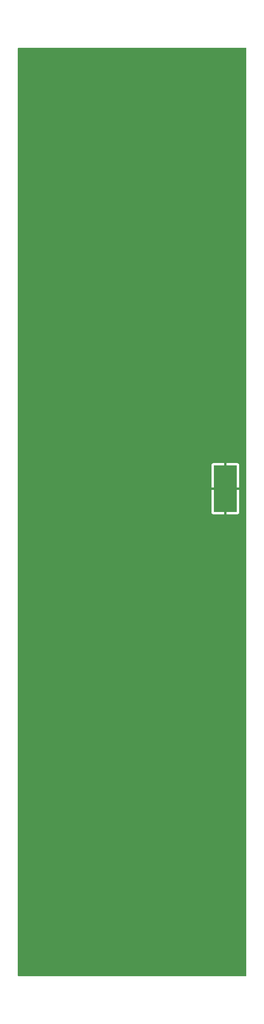
<source format=gbl>
%TF.GenerationSoftware,KiCad,Pcbnew,9.0.4*%
%TF.CreationDate,2025-10-04T20:18:46+02:00*%
%TF.ProjectId,DMH_VCA_Bank_PANEL,444d485f-5643-4415-9f42-616e6b5f5041,rev?*%
%TF.SameCoordinates,Original*%
%TF.FileFunction,Copper,L2,Bot*%
%TF.FilePolarity,Positive*%
%FSLAX46Y46*%
G04 Gerber Fmt 4.6, Leading zero omitted, Abs format (unit mm)*
G04 Created by KiCad (PCBNEW 9.0.4) date 2025-10-04 20:18:46*
%MOMM*%
%LPD*%
G01*
G04 APERTURE LIST*
%TA.AperFunction,ComponentPad*%
%ADD10C,0.500000*%
%TD*%
%TA.AperFunction,ConnectorPad*%
%ADD11C,12.000000*%
%TD*%
%TA.AperFunction,ComponentPad*%
%ADD12C,4.000000*%
%TD*%
%TA.AperFunction,ComponentPad*%
%ADD13O,2.500000X1.500000*%
%TD*%
%TA.AperFunction,SMDPad,CuDef*%
%ADD14R,5.000000X10.000000*%
%TD*%
G04 APERTURE END LIST*
D10*
%TO.P,H14,1,1*%
%TO.N,GND*%
X52800000Y-192250000D03*
X54460000Y-188220000D03*
X54470000Y-196290000D03*
X58500000Y-186550000D03*
D11*
X58500000Y-192250000D03*
D10*
X58500000Y-197950000D03*
X62530000Y-196290000D03*
X62540000Y-188220000D03*
X64200000Y-192250000D03*
%TD*%
D12*
%TO.P,H3,1,1*%
%TO.N,GND*%
X53500000Y-226500000D03*
%TD*%
D10*
%TO.P,H23,1,1*%
%TO.N,GND*%
X85800000Y-192250000D03*
X87460000Y-188220000D03*
X87470000Y-196290000D03*
X91500000Y-186550000D03*
D11*
X91500000Y-192250000D03*
D10*
X91500000Y-197950000D03*
X95530000Y-196290000D03*
X95540000Y-188220000D03*
X97200000Y-192250000D03*
%TD*%
%TO.P,H22,1,1*%
%TO.N,GND*%
X69300000Y-208750000D03*
X70960000Y-204720000D03*
X70970000Y-212790000D03*
X75000000Y-203050000D03*
D11*
X75000000Y-208750000D03*
D10*
X75000000Y-214450000D03*
X79030000Y-212790000D03*
X79040000Y-204720000D03*
X80700000Y-208750000D03*
%TD*%
D11*
%TO.P,H5,1,1*%
%TO.N,GND*%
X62500000Y-54500000D03*
D13*
X62500000Y-60500000D03*
%TD*%
D10*
%TO.P,H18,1,1*%
%TO.N,GND*%
X69300000Y-192250000D03*
X70960000Y-188220000D03*
X70970000Y-196290000D03*
X75000000Y-186550000D03*
D11*
X75000000Y-192250000D03*
D10*
X75000000Y-197950000D03*
X79030000Y-196290000D03*
X79040000Y-188220000D03*
X80700000Y-192250000D03*
%TD*%
%TO.P,H9,1,1*%
%TO.N,GND*%
X69300000Y-159250000D03*
X70960000Y-155220000D03*
X70970000Y-163290000D03*
X75000000Y-153550000D03*
D11*
X75000000Y-159250000D03*
D10*
X75000000Y-164950000D03*
X79030000Y-163290000D03*
X79040000Y-155220000D03*
X80700000Y-159250000D03*
%TD*%
D11*
%TO.P,H19,1,1*%
%TO.N,GND*%
X62500000Y-137000000D03*
D13*
X62500000Y-143000000D03*
%TD*%
D10*
%TO.P,H11,1,1*%
%TO.N,GND*%
X85800000Y-159250000D03*
X87460000Y-155220000D03*
X87470000Y-163290000D03*
X91500000Y-153550000D03*
D11*
X91500000Y-159250000D03*
D10*
X91500000Y-164950000D03*
X95530000Y-163290000D03*
X95540000Y-155220000D03*
X97200000Y-159250000D03*
%TD*%
%TO.P,H17,1,1*%
%TO.N,GND*%
X69300000Y-175750000D03*
X70960000Y-171720000D03*
X70970000Y-179790000D03*
X75000000Y-170050000D03*
D11*
X75000000Y-175750000D03*
D10*
X75000000Y-181450000D03*
X79030000Y-179790000D03*
X79040000Y-171720000D03*
X80700000Y-175750000D03*
%TD*%
%TO.P,H21,1,1*%
%TO.N,GND*%
X52800000Y-208750000D03*
X54460000Y-204720000D03*
X54470000Y-212790000D03*
X58500000Y-203050000D03*
D11*
X58500000Y-208750000D03*
D10*
X58500000Y-214450000D03*
X62530000Y-212790000D03*
X62540000Y-204720000D03*
X64200000Y-208750000D03*
%TD*%
%TO.P,H24,1,1*%
%TO.N,GND*%
X85800000Y-208750000D03*
X87460000Y-204720000D03*
X87470000Y-212790000D03*
X91500000Y-203050000D03*
D11*
X91500000Y-208750000D03*
D10*
X91500000Y-214450000D03*
X95530000Y-212790000D03*
X95540000Y-204720000D03*
X97200000Y-208750000D03*
%TD*%
%TO.P,H15,1,1*%
%TO.N,GND*%
X52800000Y-175750000D03*
X54460000Y-171720000D03*
X54470000Y-179790000D03*
X58500000Y-170050000D03*
D11*
X58500000Y-175750000D03*
D10*
X58500000Y-181450000D03*
X62530000Y-179790000D03*
X62540000Y-171720000D03*
X64200000Y-175750000D03*
%TD*%
D11*
%TO.P,H12,1,1*%
%TO.N,GND*%
X62500000Y-82000000D03*
D13*
X62500000Y-88000000D03*
%TD*%
D11*
%TO.P,H7,1,1*%
%TO.N,GND*%
X62500000Y-109500000D03*
D13*
X62500000Y-115500000D03*
%TD*%
D12*
%TO.P,H2,1,1*%
%TO.N,GND*%
X96500000Y-33500000D03*
%TD*%
%TO.P,H4,1,1*%
%TO.N,GND*%
X96500000Y-226500000D03*
%TD*%
D10*
%TO.P,H8,1,1*%
%TO.N,GND*%
X52800000Y-159250000D03*
X54460000Y-155220000D03*
X54470000Y-163290000D03*
X58500000Y-153550000D03*
D11*
X58500000Y-159250000D03*
D10*
X58500000Y-164950000D03*
X62530000Y-163290000D03*
X62540000Y-155220000D03*
X64200000Y-159250000D03*
%TD*%
D11*
%TO.P,H20,1,1*%
%TO.N,GND*%
X87500000Y-137000000D03*
%TD*%
%TO.P,H6,1,1*%
%TO.N,GND*%
X87500000Y-54500000D03*
%TD*%
%TO.P,H13,1,1*%
%TO.N,GND*%
X87500000Y-82000000D03*
%TD*%
D12*
%TO.P,H1,1,1*%
%TO.N,GND*%
X53500000Y-33500000D03*
%TD*%
D11*
%TO.P,H10,1,1*%
%TO.N,GND*%
X87500000Y-109500000D03*
%TD*%
D10*
%TO.P,H16,1,1*%
%TO.N,GND*%
X85800000Y-175750000D03*
X87460000Y-171720000D03*
X87470000Y-179790000D03*
X91500000Y-170050000D03*
D11*
X91500000Y-175750000D03*
D10*
X91500000Y-181450000D03*
X95530000Y-179790000D03*
X95540000Y-171720000D03*
X97200000Y-175750000D03*
%TD*%
D14*
%TO.P,J0,1,Pin_1*%
%TO.N,GND*%
X95000000Y-125000000D03*
%TD*%
%TA.AperFunction,Conductor*%
%TO.N,GND*%
G36*
X99442539Y-30520185D02*
G01*
X99488294Y-30572989D01*
X99499500Y-30624500D01*
X99499500Y-229375500D01*
X99479815Y-229442539D01*
X99427011Y-229488294D01*
X99375500Y-229499500D01*
X50624500Y-229499500D01*
X50557461Y-229479815D01*
X50511706Y-229427011D01*
X50500500Y-229375500D01*
X50500500Y-208537814D01*
X53099500Y-208537814D01*
X53099500Y-208558097D01*
X53099500Y-208962186D01*
X53132796Y-209385250D01*
X53199182Y-209804398D01*
X53298250Y-210217045D01*
X53298254Y-210217056D01*
X53429385Y-210620641D01*
X53496000Y-210781463D01*
X53591789Y-211012716D01*
X53784450Y-211390835D01*
X53784457Y-211390848D01*
X53784460Y-211390853D01*
X53807375Y-211428246D01*
X54006184Y-211752672D01*
X54006192Y-211752683D01*
X54006198Y-211752692D01*
X54255617Y-212095989D01*
X54255627Y-212096003D01*
X54378919Y-212240358D01*
X54531231Y-212418692D01*
X54831308Y-212718769D01*
X54831314Y-212718774D01*
X55153996Y-212994372D01*
X55154010Y-212994382D01*
X55361749Y-213145313D01*
X55497328Y-213243816D01*
X55625685Y-213322473D01*
X55859146Y-213465539D01*
X55859151Y-213465542D01*
X55859156Y-213465544D01*
X55859165Y-213465550D01*
X56237284Y-213658211D01*
X56629353Y-213820612D01*
X56629358Y-213820614D01*
X56731979Y-213853957D01*
X57032955Y-213951750D01*
X57445602Y-214050818D01*
X57864750Y-214117204D01*
X58287814Y-214150500D01*
X58287822Y-214150500D01*
X58712178Y-214150500D01*
X58712186Y-214150500D01*
X59135250Y-214117204D01*
X59554398Y-214050818D01*
X59967045Y-213951750D01*
X60370647Y-213820612D01*
X60762716Y-213658211D01*
X61140835Y-213465550D01*
X61502672Y-213243816D01*
X61845997Y-212994377D01*
X62168692Y-212718769D01*
X62468769Y-212418692D01*
X62744377Y-212095997D01*
X62993816Y-211752672D01*
X63215550Y-211390835D01*
X63408211Y-211012716D01*
X63570612Y-210620647D01*
X63701750Y-210217045D01*
X63800818Y-209804398D01*
X63867204Y-209385250D01*
X63900500Y-208962186D01*
X63900500Y-208537814D01*
X69599500Y-208537814D01*
X69599500Y-208558097D01*
X69599500Y-208962186D01*
X69632796Y-209385250D01*
X69699182Y-209804398D01*
X69798250Y-210217045D01*
X69798254Y-210217056D01*
X69929385Y-210620641D01*
X69996000Y-210781463D01*
X70091789Y-211012716D01*
X70284450Y-211390835D01*
X70284457Y-211390848D01*
X70284460Y-211390853D01*
X70307375Y-211428246D01*
X70506184Y-211752672D01*
X70506192Y-211752683D01*
X70506198Y-211752692D01*
X70755617Y-212095989D01*
X70755627Y-212096003D01*
X70878919Y-212240358D01*
X71031231Y-212418692D01*
X71331308Y-212718769D01*
X71331314Y-212718774D01*
X71653996Y-212994372D01*
X71654010Y-212994382D01*
X71861749Y-213145313D01*
X71997328Y-213243816D01*
X72125685Y-213322473D01*
X72359146Y-213465539D01*
X72359151Y-213465542D01*
X72359156Y-213465544D01*
X72359165Y-213465550D01*
X72737284Y-213658211D01*
X73129353Y-213820612D01*
X73129358Y-213820614D01*
X73231979Y-213853957D01*
X73532955Y-213951750D01*
X73945602Y-214050818D01*
X74364750Y-214117204D01*
X74787814Y-214150500D01*
X74787822Y-214150500D01*
X75212178Y-214150500D01*
X75212186Y-214150500D01*
X75635250Y-214117204D01*
X76054398Y-214050818D01*
X76467045Y-213951750D01*
X76870647Y-213820612D01*
X77262716Y-213658211D01*
X77640835Y-213465550D01*
X78002672Y-213243816D01*
X78345997Y-212994377D01*
X78668692Y-212718769D01*
X78968769Y-212418692D01*
X79244377Y-212095997D01*
X79493816Y-211752672D01*
X79715550Y-211390835D01*
X79908211Y-211012716D01*
X80070612Y-210620647D01*
X80201750Y-210217045D01*
X80300818Y-209804398D01*
X80367204Y-209385250D01*
X80400500Y-208962186D01*
X80400500Y-208537814D01*
X86099500Y-208537814D01*
X86099500Y-208558097D01*
X86099500Y-208962186D01*
X86132796Y-209385250D01*
X86199182Y-209804398D01*
X86298250Y-210217045D01*
X86298254Y-210217056D01*
X86429385Y-210620641D01*
X86496000Y-210781463D01*
X86591789Y-211012716D01*
X86784450Y-211390835D01*
X86784457Y-211390848D01*
X86784460Y-211390853D01*
X86807375Y-211428246D01*
X87006184Y-211752672D01*
X87006192Y-211752683D01*
X87006198Y-211752692D01*
X87255617Y-212095989D01*
X87255627Y-212096003D01*
X87378919Y-212240358D01*
X87531231Y-212418692D01*
X87831308Y-212718769D01*
X87831314Y-212718774D01*
X88153996Y-212994372D01*
X88154010Y-212994382D01*
X88361749Y-213145313D01*
X88497328Y-213243816D01*
X88625685Y-213322473D01*
X88859146Y-213465539D01*
X88859151Y-213465542D01*
X88859156Y-213465544D01*
X88859165Y-213465550D01*
X89237284Y-213658211D01*
X89629353Y-213820612D01*
X89629358Y-213820614D01*
X89731979Y-213853957D01*
X90032955Y-213951750D01*
X90445602Y-214050818D01*
X90864750Y-214117204D01*
X91287814Y-214150500D01*
X91287822Y-214150500D01*
X91712178Y-214150500D01*
X91712186Y-214150500D01*
X92135250Y-214117204D01*
X92554398Y-214050818D01*
X92967045Y-213951750D01*
X93370647Y-213820612D01*
X93762716Y-213658211D01*
X94140835Y-213465550D01*
X94502672Y-213243816D01*
X94845997Y-212994377D01*
X95168692Y-212718769D01*
X95468769Y-212418692D01*
X95744377Y-212095997D01*
X95993816Y-211752672D01*
X96215550Y-211390835D01*
X96408211Y-211012716D01*
X96570612Y-210620647D01*
X96701750Y-210217045D01*
X96800818Y-209804398D01*
X96867204Y-209385250D01*
X96900500Y-208962186D01*
X96900500Y-208537814D01*
X96867204Y-208114750D01*
X96800818Y-207695602D01*
X96701750Y-207282955D01*
X96570612Y-206879353D01*
X96408211Y-206487284D01*
X96215550Y-206109165D01*
X96215544Y-206109156D01*
X96215542Y-206109151D01*
X96215539Y-206109146D01*
X95993823Y-205747340D01*
X95993816Y-205747328D01*
X95744377Y-205404003D01*
X95744372Y-205403996D01*
X95468774Y-205081314D01*
X95468769Y-205081308D01*
X95168692Y-204781231D01*
X95168685Y-204781225D01*
X94846003Y-204505627D01*
X94845989Y-204505617D01*
X94502692Y-204256198D01*
X94502683Y-204256192D01*
X94502672Y-204256184D01*
X94502659Y-204256176D01*
X94140853Y-204034460D01*
X94140848Y-204034457D01*
X94140838Y-204034452D01*
X94140835Y-204034450D01*
X93762716Y-203841789D01*
X93762702Y-203841783D01*
X93370641Y-203679385D01*
X93083478Y-203586081D01*
X92967045Y-203548250D01*
X92554398Y-203449182D01*
X92135250Y-203382796D01*
X91712191Y-203349500D01*
X91712186Y-203349500D01*
X91287814Y-203349500D01*
X91287808Y-203349500D01*
X90864749Y-203382796D01*
X90864748Y-203382796D01*
X90445607Y-203449181D01*
X90445604Y-203449181D01*
X90445602Y-203449182D01*
X90297817Y-203484661D01*
X90032966Y-203548247D01*
X90032960Y-203548248D01*
X90032955Y-203548250D01*
X90032943Y-203548254D01*
X89629358Y-203679385D01*
X89237297Y-203841783D01*
X89237284Y-203841789D01*
X88859151Y-204034457D01*
X88859146Y-204034460D01*
X88497340Y-204256176D01*
X88497307Y-204256198D01*
X88154010Y-204505617D01*
X88153996Y-204505627D01*
X87831314Y-204781225D01*
X87831300Y-204781238D01*
X87531238Y-205081300D01*
X87531225Y-205081314D01*
X87255627Y-205403996D01*
X87255617Y-205404010D01*
X87006198Y-205747307D01*
X87006176Y-205747340D01*
X86784460Y-206109146D01*
X86784457Y-206109151D01*
X86591789Y-206487284D01*
X86591783Y-206487297D01*
X86429385Y-206879358D01*
X86298254Y-207282943D01*
X86298247Y-207282966D01*
X86199181Y-207695607D01*
X86183000Y-207797774D01*
X86132796Y-208114750D01*
X86099500Y-208537814D01*
X80400500Y-208537814D01*
X80367204Y-208114750D01*
X80300818Y-207695602D01*
X80201750Y-207282955D01*
X80070612Y-206879353D01*
X79908211Y-206487284D01*
X79715550Y-206109165D01*
X79715544Y-206109156D01*
X79715542Y-206109151D01*
X79715539Y-206109146D01*
X79493823Y-205747340D01*
X79493816Y-205747328D01*
X79244377Y-205404003D01*
X79244372Y-205403996D01*
X78968774Y-205081314D01*
X78968769Y-205081308D01*
X78668692Y-204781231D01*
X78668685Y-204781225D01*
X78346003Y-204505627D01*
X78345989Y-204505617D01*
X78002692Y-204256198D01*
X78002683Y-204256192D01*
X78002672Y-204256184D01*
X78002659Y-204256176D01*
X77640853Y-204034460D01*
X77640848Y-204034457D01*
X77640838Y-204034452D01*
X77640835Y-204034450D01*
X77262716Y-203841789D01*
X77262702Y-203841783D01*
X76870641Y-203679385D01*
X76583478Y-203586081D01*
X76467045Y-203548250D01*
X76054398Y-203449182D01*
X75635250Y-203382796D01*
X75212191Y-203349500D01*
X75212186Y-203349500D01*
X74787814Y-203349500D01*
X74787808Y-203349500D01*
X74364749Y-203382796D01*
X74364748Y-203382796D01*
X73945607Y-203449181D01*
X73945604Y-203449181D01*
X73945602Y-203449182D01*
X73797817Y-203484661D01*
X73532966Y-203548247D01*
X73532960Y-203548248D01*
X73532955Y-203548250D01*
X73532943Y-203548254D01*
X73129358Y-203679385D01*
X72737297Y-203841783D01*
X72737284Y-203841789D01*
X72359151Y-204034457D01*
X72359146Y-204034460D01*
X71997340Y-204256176D01*
X71997307Y-204256198D01*
X71654010Y-204505617D01*
X71653996Y-204505627D01*
X71331314Y-204781225D01*
X71331300Y-204781238D01*
X71031238Y-205081300D01*
X71031225Y-205081314D01*
X70755627Y-205403996D01*
X70755617Y-205404010D01*
X70506198Y-205747307D01*
X70506176Y-205747340D01*
X70284460Y-206109146D01*
X70284457Y-206109151D01*
X70091789Y-206487284D01*
X70091783Y-206487297D01*
X69929385Y-206879358D01*
X69798254Y-207282943D01*
X69798247Y-207282966D01*
X69699181Y-207695607D01*
X69683000Y-207797774D01*
X69632796Y-208114750D01*
X69599500Y-208537814D01*
X63900500Y-208537814D01*
X63867204Y-208114750D01*
X63800818Y-207695602D01*
X63701750Y-207282955D01*
X63570612Y-206879353D01*
X63408211Y-206487284D01*
X63215550Y-206109165D01*
X63215544Y-206109156D01*
X63215542Y-206109151D01*
X63215539Y-206109146D01*
X62993823Y-205747340D01*
X62993816Y-205747328D01*
X62744377Y-205404003D01*
X62744372Y-205403996D01*
X62468774Y-205081314D01*
X62468769Y-205081308D01*
X62168692Y-204781231D01*
X62168685Y-204781225D01*
X61846003Y-204505627D01*
X61845989Y-204505617D01*
X61502692Y-204256198D01*
X61502683Y-204256192D01*
X61502672Y-204256184D01*
X61502659Y-204256176D01*
X61140853Y-204034460D01*
X61140848Y-204034457D01*
X61140838Y-204034452D01*
X61140835Y-204034450D01*
X60762716Y-203841789D01*
X60762702Y-203841783D01*
X60370641Y-203679385D01*
X60083478Y-203586081D01*
X59967045Y-203548250D01*
X59554398Y-203449182D01*
X59135250Y-203382796D01*
X58712191Y-203349500D01*
X58712186Y-203349500D01*
X58287814Y-203349500D01*
X58287808Y-203349500D01*
X57864749Y-203382796D01*
X57864748Y-203382796D01*
X57445607Y-203449181D01*
X57445604Y-203449181D01*
X57445602Y-203449182D01*
X57297817Y-203484661D01*
X57032966Y-203548247D01*
X57032960Y-203548248D01*
X57032955Y-203548250D01*
X57032943Y-203548254D01*
X56629358Y-203679385D01*
X56237297Y-203841783D01*
X56237284Y-203841789D01*
X55859151Y-204034457D01*
X55859146Y-204034460D01*
X55497340Y-204256176D01*
X55497307Y-204256198D01*
X55154010Y-204505617D01*
X55153996Y-204505627D01*
X54831314Y-204781225D01*
X54831300Y-204781238D01*
X54531238Y-205081300D01*
X54531225Y-205081314D01*
X54255627Y-205403996D01*
X54255617Y-205404010D01*
X54006198Y-205747307D01*
X54006176Y-205747340D01*
X53784460Y-206109146D01*
X53784457Y-206109151D01*
X53591789Y-206487284D01*
X53591783Y-206487297D01*
X53429385Y-206879358D01*
X53298254Y-207282943D01*
X53298247Y-207282966D01*
X53199181Y-207695607D01*
X53183000Y-207797774D01*
X53132796Y-208114750D01*
X53099500Y-208537814D01*
X50500500Y-208537814D01*
X50500500Y-192037814D01*
X53099500Y-192037814D01*
X53099500Y-192058097D01*
X53099500Y-192462186D01*
X53132796Y-192885250D01*
X53199182Y-193304398D01*
X53298250Y-193717045D01*
X53298254Y-193717056D01*
X53429385Y-194120641D01*
X53496000Y-194281463D01*
X53591789Y-194512716D01*
X53784450Y-194890835D01*
X53784457Y-194890848D01*
X53784460Y-194890853D01*
X53807375Y-194928246D01*
X54006184Y-195252672D01*
X54006192Y-195252683D01*
X54006198Y-195252692D01*
X54255617Y-195595989D01*
X54255627Y-195596003D01*
X54378919Y-195740358D01*
X54531231Y-195918692D01*
X54831308Y-196218769D01*
X54831314Y-196218774D01*
X55153996Y-196494372D01*
X55154010Y-196494382D01*
X55361749Y-196645313D01*
X55497328Y-196743816D01*
X55625685Y-196822473D01*
X55859146Y-196965539D01*
X55859151Y-196965542D01*
X55859156Y-196965544D01*
X55859165Y-196965550D01*
X56237284Y-197158211D01*
X56629353Y-197320612D01*
X56629358Y-197320614D01*
X56731979Y-197353957D01*
X57032955Y-197451750D01*
X57445602Y-197550818D01*
X57864750Y-197617204D01*
X58287814Y-197650500D01*
X58287822Y-197650500D01*
X58712178Y-197650500D01*
X58712186Y-197650500D01*
X59135250Y-197617204D01*
X59554398Y-197550818D01*
X59967045Y-197451750D01*
X60370647Y-197320612D01*
X60762716Y-197158211D01*
X61140835Y-196965550D01*
X61502672Y-196743816D01*
X61845997Y-196494377D01*
X62168692Y-196218769D01*
X62468769Y-195918692D01*
X62744377Y-195595997D01*
X62993816Y-195252672D01*
X63215550Y-194890835D01*
X63408211Y-194512716D01*
X63570612Y-194120647D01*
X63701750Y-193717045D01*
X63800818Y-193304398D01*
X63867204Y-192885250D01*
X63900500Y-192462186D01*
X63900500Y-192037814D01*
X69599500Y-192037814D01*
X69599500Y-192058097D01*
X69599500Y-192462186D01*
X69632796Y-192885250D01*
X69699182Y-193304398D01*
X69798250Y-193717045D01*
X69798254Y-193717056D01*
X69929385Y-194120641D01*
X69996000Y-194281463D01*
X70091789Y-194512716D01*
X70284450Y-194890835D01*
X70284457Y-194890848D01*
X70284460Y-194890853D01*
X70307375Y-194928246D01*
X70506184Y-195252672D01*
X70506192Y-195252683D01*
X70506198Y-195252692D01*
X70755617Y-195595989D01*
X70755627Y-195596003D01*
X70878919Y-195740358D01*
X71031231Y-195918692D01*
X71331308Y-196218769D01*
X71331314Y-196218774D01*
X71653996Y-196494372D01*
X71654010Y-196494382D01*
X71861749Y-196645313D01*
X71997328Y-196743816D01*
X72125685Y-196822473D01*
X72359146Y-196965539D01*
X72359151Y-196965542D01*
X72359156Y-196965544D01*
X72359165Y-196965550D01*
X72737284Y-197158211D01*
X73129353Y-197320612D01*
X73129358Y-197320614D01*
X73231979Y-197353957D01*
X73532955Y-197451750D01*
X73945602Y-197550818D01*
X74364750Y-197617204D01*
X74787814Y-197650500D01*
X74787822Y-197650500D01*
X75212178Y-197650500D01*
X75212186Y-197650500D01*
X75635250Y-197617204D01*
X76054398Y-197550818D01*
X76467045Y-197451750D01*
X76870647Y-197320612D01*
X77262716Y-197158211D01*
X77640835Y-196965550D01*
X78002672Y-196743816D01*
X78345997Y-196494377D01*
X78668692Y-196218769D01*
X78968769Y-195918692D01*
X79244377Y-195595997D01*
X79493816Y-195252672D01*
X79715550Y-194890835D01*
X79908211Y-194512716D01*
X80070612Y-194120647D01*
X80201750Y-193717045D01*
X80300818Y-193304398D01*
X80367204Y-192885250D01*
X80400500Y-192462186D01*
X80400500Y-192037814D01*
X86099500Y-192037814D01*
X86099500Y-192058097D01*
X86099500Y-192462186D01*
X86132796Y-192885250D01*
X86199182Y-193304398D01*
X86298250Y-193717045D01*
X86298254Y-193717056D01*
X86429385Y-194120641D01*
X86496000Y-194281463D01*
X86591789Y-194512716D01*
X86784450Y-194890835D01*
X86784457Y-194890848D01*
X86784460Y-194890853D01*
X86807375Y-194928246D01*
X87006184Y-195252672D01*
X87006192Y-195252683D01*
X87006198Y-195252692D01*
X87255617Y-195595989D01*
X87255627Y-195596003D01*
X87378919Y-195740358D01*
X87531231Y-195918692D01*
X87831308Y-196218769D01*
X87831314Y-196218774D01*
X88153996Y-196494372D01*
X88154010Y-196494382D01*
X88361749Y-196645313D01*
X88497328Y-196743816D01*
X88625685Y-196822473D01*
X88859146Y-196965539D01*
X88859151Y-196965542D01*
X88859156Y-196965544D01*
X88859165Y-196965550D01*
X89237284Y-197158211D01*
X89629353Y-197320612D01*
X89629358Y-197320614D01*
X89731979Y-197353957D01*
X90032955Y-197451750D01*
X90445602Y-197550818D01*
X90864750Y-197617204D01*
X91287814Y-197650500D01*
X91287822Y-197650500D01*
X91712178Y-197650500D01*
X91712186Y-197650500D01*
X92135250Y-197617204D01*
X92554398Y-197550818D01*
X92967045Y-197451750D01*
X93370647Y-197320612D01*
X93762716Y-197158211D01*
X94140835Y-196965550D01*
X94502672Y-196743816D01*
X94845997Y-196494377D01*
X95168692Y-196218769D01*
X95468769Y-195918692D01*
X95744377Y-195595997D01*
X95993816Y-195252672D01*
X96215550Y-194890835D01*
X96408211Y-194512716D01*
X96570612Y-194120647D01*
X96701750Y-193717045D01*
X96800818Y-193304398D01*
X96867204Y-192885250D01*
X96900500Y-192462186D01*
X96900500Y-192037814D01*
X96867204Y-191614750D01*
X96800818Y-191195602D01*
X96701750Y-190782955D01*
X96570612Y-190379353D01*
X96408211Y-189987284D01*
X96215550Y-189609165D01*
X96215544Y-189609156D01*
X96215542Y-189609151D01*
X96215539Y-189609146D01*
X95993823Y-189247340D01*
X95993816Y-189247328D01*
X95744377Y-188904003D01*
X95744372Y-188903996D01*
X95468774Y-188581314D01*
X95468769Y-188581308D01*
X95168692Y-188281231D01*
X95168685Y-188281225D01*
X94846003Y-188005627D01*
X94845989Y-188005617D01*
X94502692Y-187756198D01*
X94502683Y-187756192D01*
X94502672Y-187756184D01*
X94502659Y-187756176D01*
X94140853Y-187534460D01*
X94140848Y-187534457D01*
X94140838Y-187534452D01*
X94140835Y-187534450D01*
X93762716Y-187341789D01*
X93762702Y-187341783D01*
X93370641Y-187179385D01*
X93083478Y-187086081D01*
X92967045Y-187048250D01*
X92554398Y-186949182D01*
X92135250Y-186882796D01*
X91712191Y-186849500D01*
X91712186Y-186849500D01*
X91287814Y-186849500D01*
X91287808Y-186849500D01*
X90864749Y-186882796D01*
X90864748Y-186882796D01*
X90445607Y-186949181D01*
X90445604Y-186949181D01*
X90445602Y-186949182D01*
X90297817Y-186984661D01*
X90032966Y-187048247D01*
X90032960Y-187048248D01*
X90032955Y-187048250D01*
X90032943Y-187048254D01*
X89629358Y-187179385D01*
X89237297Y-187341783D01*
X89237284Y-187341789D01*
X88859151Y-187534457D01*
X88859146Y-187534460D01*
X88497340Y-187756176D01*
X88497307Y-187756198D01*
X88154010Y-188005617D01*
X88153996Y-188005627D01*
X87831314Y-188281225D01*
X87831300Y-188281238D01*
X87531238Y-188581300D01*
X87531225Y-188581314D01*
X87255627Y-188903996D01*
X87255617Y-188904010D01*
X87006198Y-189247307D01*
X87006176Y-189247340D01*
X86784460Y-189609146D01*
X86784457Y-189609151D01*
X86591789Y-189987284D01*
X86591783Y-189987297D01*
X86429385Y-190379358D01*
X86298254Y-190782943D01*
X86298247Y-190782966D01*
X86199181Y-191195607D01*
X86183000Y-191297774D01*
X86132796Y-191614750D01*
X86099500Y-192037814D01*
X80400500Y-192037814D01*
X80367204Y-191614750D01*
X80300818Y-191195602D01*
X80201750Y-190782955D01*
X80070612Y-190379353D01*
X79908211Y-189987284D01*
X79715550Y-189609165D01*
X79715544Y-189609156D01*
X79715542Y-189609151D01*
X79715539Y-189609146D01*
X79493823Y-189247340D01*
X79493816Y-189247328D01*
X79244377Y-188904003D01*
X79244372Y-188903996D01*
X78968774Y-188581314D01*
X78968769Y-188581308D01*
X78668692Y-188281231D01*
X78668685Y-188281225D01*
X78346003Y-188005627D01*
X78345989Y-188005617D01*
X78002692Y-187756198D01*
X78002683Y-187756192D01*
X78002672Y-187756184D01*
X78002659Y-187756176D01*
X77640853Y-187534460D01*
X77640848Y-187534457D01*
X77640838Y-187534452D01*
X77640835Y-187534450D01*
X77262716Y-187341789D01*
X77262702Y-187341783D01*
X76870641Y-187179385D01*
X76583478Y-187086081D01*
X76467045Y-187048250D01*
X76054398Y-186949182D01*
X75635250Y-186882796D01*
X75212191Y-186849500D01*
X75212186Y-186849500D01*
X74787814Y-186849500D01*
X74787808Y-186849500D01*
X74364749Y-186882796D01*
X74364748Y-186882796D01*
X73945607Y-186949181D01*
X73945604Y-186949181D01*
X73945602Y-186949182D01*
X73797817Y-186984661D01*
X73532966Y-187048247D01*
X73532960Y-187048248D01*
X73532955Y-187048250D01*
X73532943Y-187048254D01*
X73129358Y-187179385D01*
X72737297Y-187341783D01*
X72737284Y-187341789D01*
X72359151Y-187534457D01*
X72359146Y-187534460D01*
X71997340Y-187756176D01*
X71997307Y-187756198D01*
X71654010Y-188005617D01*
X71653996Y-188005627D01*
X71331314Y-188281225D01*
X71331300Y-188281238D01*
X71031238Y-188581300D01*
X71031225Y-188581314D01*
X70755627Y-188903996D01*
X70755617Y-188904010D01*
X70506198Y-189247307D01*
X70506176Y-189247340D01*
X70284460Y-189609146D01*
X70284457Y-189609151D01*
X70091789Y-189987284D01*
X70091783Y-189987297D01*
X69929385Y-190379358D01*
X69798254Y-190782943D01*
X69798247Y-190782966D01*
X69699181Y-191195607D01*
X69683000Y-191297774D01*
X69632796Y-191614750D01*
X69599500Y-192037814D01*
X63900500Y-192037814D01*
X63867204Y-191614750D01*
X63800818Y-191195602D01*
X63701750Y-190782955D01*
X63570612Y-190379353D01*
X63408211Y-189987284D01*
X63215550Y-189609165D01*
X63215544Y-189609156D01*
X63215542Y-189609151D01*
X63215539Y-189609146D01*
X62993823Y-189247340D01*
X62993816Y-189247328D01*
X62744377Y-188904003D01*
X62744372Y-188903996D01*
X62468774Y-188581314D01*
X62468769Y-188581308D01*
X62168692Y-188281231D01*
X62168685Y-188281225D01*
X61846003Y-188005627D01*
X61845989Y-188005617D01*
X61502692Y-187756198D01*
X61502683Y-187756192D01*
X61502672Y-187756184D01*
X61502659Y-187756176D01*
X61140853Y-187534460D01*
X61140848Y-187534457D01*
X61140838Y-187534452D01*
X61140835Y-187534450D01*
X60762716Y-187341789D01*
X60762702Y-187341783D01*
X60370641Y-187179385D01*
X60083478Y-187086081D01*
X59967045Y-187048250D01*
X59554398Y-186949182D01*
X59135250Y-186882796D01*
X58712191Y-186849500D01*
X58712186Y-186849500D01*
X58287814Y-186849500D01*
X58287808Y-186849500D01*
X57864749Y-186882796D01*
X57864748Y-186882796D01*
X57445607Y-186949181D01*
X57445604Y-186949181D01*
X57445602Y-186949182D01*
X57297817Y-186984661D01*
X57032966Y-187048247D01*
X57032960Y-187048248D01*
X57032955Y-187048250D01*
X57032943Y-187048254D01*
X56629358Y-187179385D01*
X56237297Y-187341783D01*
X56237284Y-187341789D01*
X55859151Y-187534457D01*
X55859146Y-187534460D01*
X55497340Y-187756176D01*
X55497307Y-187756198D01*
X55154010Y-188005617D01*
X55153996Y-188005627D01*
X54831314Y-188281225D01*
X54831300Y-188281238D01*
X54531238Y-188581300D01*
X54531225Y-188581314D01*
X54255627Y-188903996D01*
X54255617Y-188904010D01*
X54006198Y-189247307D01*
X54006176Y-189247340D01*
X53784460Y-189609146D01*
X53784457Y-189609151D01*
X53591789Y-189987284D01*
X53591783Y-189987297D01*
X53429385Y-190379358D01*
X53298254Y-190782943D01*
X53298247Y-190782966D01*
X53199181Y-191195607D01*
X53183000Y-191297774D01*
X53132796Y-191614750D01*
X53099500Y-192037814D01*
X50500500Y-192037814D01*
X50500500Y-175537814D01*
X53099500Y-175537814D01*
X53099500Y-175558097D01*
X53099500Y-175962186D01*
X53132796Y-176385250D01*
X53199182Y-176804398D01*
X53298250Y-177217045D01*
X53298254Y-177217056D01*
X53429385Y-177620641D01*
X53496000Y-177781463D01*
X53591789Y-178012716D01*
X53784450Y-178390835D01*
X53784457Y-178390848D01*
X53784460Y-178390853D01*
X53807375Y-178428246D01*
X54006184Y-178752672D01*
X54006192Y-178752683D01*
X54006198Y-178752692D01*
X54255617Y-179095989D01*
X54255627Y-179096003D01*
X54378919Y-179240358D01*
X54531231Y-179418692D01*
X54831308Y-179718769D01*
X54831314Y-179718774D01*
X55153996Y-179994372D01*
X55154010Y-179994382D01*
X55361749Y-180145313D01*
X55497328Y-180243816D01*
X55625685Y-180322473D01*
X55859146Y-180465539D01*
X55859151Y-180465542D01*
X55859156Y-180465544D01*
X55859165Y-180465550D01*
X56237284Y-180658211D01*
X56629353Y-180820612D01*
X56629358Y-180820614D01*
X56731979Y-180853957D01*
X57032955Y-180951750D01*
X57445602Y-181050818D01*
X57864750Y-181117204D01*
X58287814Y-181150500D01*
X58287822Y-181150500D01*
X58712178Y-181150500D01*
X58712186Y-181150500D01*
X59135250Y-181117204D01*
X59554398Y-181050818D01*
X59967045Y-180951750D01*
X60370647Y-180820612D01*
X60762716Y-180658211D01*
X61140835Y-180465550D01*
X61502672Y-180243816D01*
X61845997Y-179994377D01*
X62168692Y-179718769D01*
X62468769Y-179418692D01*
X62744377Y-179095997D01*
X62993816Y-178752672D01*
X63215550Y-178390835D01*
X63408211Y-178012716D01*
X63570612Y-177620647D01*
X63701750Y-177217045D01*
X63800818Y-176804398D01*
X63867204Y-176385250D01*
X63900500Y-175962186D01*
X63900500Y-175537814D01*
X69599500Y-175537814D01*
X69599500Y-175558097D01*
X69599500Y-175962186D01*
X69632796Y-176385250D01*
X69699182Y-176804398D01*
X69798250Y-177217045D01*
X69798254Y-177217056D01*
X69929385Y-177620641D01*
X69996000Y-177781463D01*
X70091789Y-178012716D01*
X70284450Y-178390835D01*
X70284457Y-178390848D01*
X70284460Y-178390853D01*
X70307375Y-178428246D01*
X70506184Y-178752672D01*
X70506192Y-178752683D01*
X70506198Y-178752692D01*
X70755617Y-179095989D01*
X70755627Y-179096003D01*
X70878919Y-179240358D01*
X71031231Y-179418692D01*
X71331308Y-179718769D01*
X71331314Y-179718774D01*
X71653996Y-179994372D01*
X71654010Y-179994382D01*
X71861749Y-180145313D01*
X71997328Y-180243816D01*
X72125685Y-180322473D01*
X72359146Y-180465539D01*
X72359151Y-180465542D01*
X72359156Y-180465544D01*
X72359165Y-180465550D01*
X72737284Y-180658211D01*
X73129353Y-180820612D01*
X73129358Y-180820614D01*
X73231979Y-180853957D01*
X73532955Y-180951750D01*
X73945602Y-181050818D01*
X74364750Y-181117204D01*
X74787814Y-181150500D01*
X74787822Y-181150500D01*
X75212178Y-181150500D01*
X75212186Y-181150500D01*
X75635250Y-181117204D01*
X76054398Y-181050818D01*
X76467045Y-180951750D01*
X76870647Y-180820612D01*
X77262716Y-180658211D01*
X77640835Y-180465550D01*
X78002672Y-180243816D01*
X78345997Y-179994377D01*
X78668692Y-179718769D01*
X78968769Y-179418692D01*
X79244377Y-179095997D01*
X79493816Y-178752672D01*
X79715550Y-178390835D01*
X79908211Y-178012716D01*
X80070612Y-177620647D01*
X80201750Y-177217045D01*
X80300818Y-176804398D01*
X80367204Y-176385250D01*
X80400500Y-175962186D01*
X80400500Y-175537814D01*
X86099500Y-175537814D01*
X86099500Y-175558097D01*
X86099500Y-175962186D01*
X86132796Y-176385250D01*
X86199182Y-176804398D01*
X86298250Y-177217045D01*
X86298254Y-177217056D01*
X86429385Y-177620641D01*
X86496000Y-177781463D01*
X86591789Y-178012716D01*
X86784450Y-178390835D01*
X86784457Y-178390848D01*
X86784460Y-178390853D01*
X86807375Y-178428246D01*
X87006184Y-178752672D01*
X87006192Y-178752683D01*
X87006198Y-178752692D01*
X87255617Y-179095989D01*
X87255627Y-179096003D01*
X87378919Y-179240358D01*
X87531231Y-179418692D01*
X87831308Y-179718769D01*
X87831314Y-179718774D01*
X88153996Y-179994372D01*
X88154010Y-179994382D01*
X88361749Y-180145313D01*
X88497328Y-180243816D01*
X88625685Y-180322473D01*
X88859146Y-180465539D01*
X88859151Y-180465542D01*
X88859156Y-180465544D01*
X88859165Y-180465550D01*
X89237284Y-180658211D01*
X89629353Y-180820612D01*
X89629358Y-180820614D01*
X89731979Y-180853957D01*
X90032955Y-180951750D01*
X90445602Y-181050818D01*
X90864750Y-181117204D01*
X91287814Y-181150500D01*
X91287822Y-181150500D01*
X91712178Y-181150500D01*
X91712186Y-181150500D01*
X92135250Y-181117204D01*
X92554398Y-181050818D01*
X92967045Y-180951750D01*
X93370647Y-180820612D01*
X93762716Y-180658211D01*
X94140835Y-180465550D01*
X94502672Y-180243816D01*
X94845997Y-179994377D01*
X95168692Y-179718769D01*
X95468769Y-179418692D01*
X95744377Y-179095997D01*
X95993816Y-178752672D01*
X96215550Y-178390835D01*
X96408211Y-178012716D01*
X96570612Y-177620647D01*
X96701750Y-177217045D01*
X96800818Y-176804398D01*
X96867204Y-176385250D01*
X96900500Y-175962186D01*
X96900500Y-175537814D01*
X96867204Y-175114750D01*
X96800818Y-174695602D01*
X96701750Y-174282955D01*
X96570612Y-173879353D01*
X96408211Y-173487284D01*
X96215550Y-173109165D01*
X96215544Y-173109156D01*
X96215542Y-173109151D01*
X96215539Y-173109146D01*
X95993823Y-172747340D01*
X95993816Y-172747328D01*
X95744377Y-172404003D01*
X95744372Y-172403996D01*
X95468774Y-172081314D01*
X95468769Y-172081308D01*
X95168692Y-171781231D01*
X95168685Y-171781225D01*
X94846003Y-171505627D01*
X94845989Y-171505617D01*
X94502692Y-171256198D01*
X94502683Y-171256192D01*
X94502672Y-171256184D01*
X94502659Y-171256176D01*
X94140853Y-171034460D01*
X94140848Y-171034457D01*
X94140838Y-171034452D01*
X94140835Y-171034450D01*
X93762716Y-170841789D01*
X93762702Y-170841783D01*
X93370641Y-170679385D01*
X93083478Y-170586081D01*
X92967045Y-170548250D01*
X92554398Y-170449182D01*
X92135250Y-170382796D01*
X91712191Y-170349500D01*
X91712186Y-170349500D01*
X91287814Y-170349500D01*
X91287808Y-170349500D01*
X90864749Y-170382796D01*
X90864748Y-170382796D01*
X90445607Y-170449181D01*
X90445604Y-170449181D01*
X90445602Y-170449182D01*
X90297817Y-170484661D01*
X90032966Y-170548247D01*
X90032960Y-170548248D01*
X90032955Y-170548250D01*
X90032943Y-170548254D01*
X89629358Y-170679385D01*
X89237297Y-170841783D01*
X89237284Y-170841789D01*
X88859151Y-171034457D01*
X88859146Y-171034460D01*
X88497340Y-171256176D01*
X88497307Y-171256198D01*
X88154010Y-171505617D01*
X88153996Y-171505627D01*
X87831314Y-171781225D01*
X87831300Y-171781238D01*
X87531238Y-172081300D01*
X87531225Y-172081314D01*
X87255627Y-172403996D01*
X87255617Y-172404010D01*
X87006198Y-172747307D01*
X87006176Y-172747340D01*
X86784460Y-173109146D01*
X86784457Y-173109151D01*
X86591789Y-173487284D01*
X86591783Y-173487297D01*
X86429385Y-173879358D01*
X86298254Y-174282943D01*
X86298247Y-174282966D01*
X86199181Y-174695607D01*
X86183000Y-174797774D01*
X86132796Y-175114750D01*
X86099500Y-175537814D01*
X80400500Y-175537814D01*
X80367204Y-175114750D01*
X80300818Y-174695602D01*
X80201750Y-174282955D01*
X80070612Y-173879353D01*
X79908211Y-173487284D01*
X79715550Y-173109165D01*
X79715544Y-173109156D01*
X79715542Y-173109151D01*
X79715539Y-173109146D01*
X79493823Y-172747340D01*
X79493816Y-172747328D01*
X79244377Y-172404003D01*
X79244372Y-172403996D01*
X78968774Y-172081314D01*
X78968769Y-172081308D01*
X78668692Y-171781231D01*
X78668685Y-171781225D01*
X78346003Y-171505627D01*
X78345989Y-171505617D01*
X78002692Y-171256198D01*
X78002683Y-171256192D01*
X78002672Y-171256184D01*
X78002659Y-171256176D01*
X77640853Y-171034460D01*
X77640848Y-171034457D01*
X77640838Y-171034452D01*
X77640835Y-171034450D01*
X77262716Y-170841789D01*
X77262702Y-170841783D01*
X76870641Y-170679385D01*
X76583478Y-170586081D01*
X76467045Y-170548250D01*
X76054398Y-170449182D01*
X75635250Y-170382796D01*
X75212191Y-170349500D01*
X75212186Y-170349500D01*
X74787814Y-170349500D01*
X74787808Y-170349500D01*
X74364749Y-170382796D01*
X74364748Y-170382796D01*
X73945607Y-170449181D01*
X73945604Y-170449181D01*
X73945602Y-170449182D01*
X73797817Y-170484661D01*
X73532966Y-170548247D01*
X73532960Y-170548248D01*
X73532955Y-170548250D01*
X73532943Y-170548254D01*
X73129358Y-170679385D01*
X72737297Y-170841783D01*
X72737284Y-170841789D01*
X72359151Y-171034457D01*
X72359146Y-171034460D01*
X71997340Y-171256176D01*
X71997307Y-171256198D01*
X71654010Y-171505617D01*
X71653996Y-171505627D01*
X71331314Y-171781225D01*
X71331300Y-171781238D01*
X71031238Y-172081300D01*
X71031225Y-172081314D01*
X70755627Y-172403996D01*
X70755617Y-172404010D01*
X70506198Y-172747307D01*
X70506176Y-172747340D01*
X70284460Y-173109146D01*
X70284457Y-173109151D01*
X70091789Y-173487284D01*
X70091783Y-173487297D01*
X69929385Y-173879358D01*
X69798254Y-174282943D01*
X69798247Y-174282966D01*
X69699181Y-174695607D01*
X69683000Y-174797774D01*
X69632796Y-175114750D01*
X69599500Y-175537814D01*
X63900500Y-175537814D01*
X63867204Y-175114750D01*
X63800818Y-174695602D01*
X63701750Y-174282955D01*
X63570612Y-173879353D01*
X63408211Y-173487284D01*
X63215550Y-173109165D01*
X63215544Y-173109156D01*
X63215542Y-173109151D01*
X63215539Y-173109146D01*
X62993823Y-172747340D01*
X62993816Y-172747328D01*
X62744377Y-172404003D01*
X62744372Y-172403996D01*
X62468774Y-172081314D01*
X62468769Y-172081308D01*
X62168692Y-171781231D01*
X62168685Y-171781225D01*
X61846003Y-171505627D01*
X61845989Y-171505617D01*
X61502692Y-171256198D01*
X61502683Y-171256192D01*
X61502672Y-171256184D01*
X61502659Y-171256176D01*
X61140853Y-171034460D01*
X61140848Y-171034457D01*
X61140838Y-171034452D01*
X61140835Y-171034450D01*
X60762716Y-170841789D01*
X60762702Y-170841783D01*
X60370641Y-170679385D01*
X60083478Y-170586081D01*
X59967045Y-170548250D01*
X59554398Y-170449182D01*
X59135250Y-170382796D01*
X58712191Y-170349500D01*
X58712186Y-170349500D01*
X58287814Y-170349500D01*
X58287808Y-170349500D01*
X57864749Y-170382796D01*
X57864748Y-170382796D01*
X57445607Y-170449181D01*
X57445604Y-170449181D01*
X57445602Y-170449182D01*
X57297817Y-170484661D01*
X57032966Y-170548247D01*
X57032960Y-170548248D01*
X57032955Y-170548250D01*
X57032943Y-170548254D01*
X56629358Y-170679385D01*
X56237297Y-170841783D01*
X56237284Y-170841789D01*
X55859151Y-171034457D01*
X55859146Y-171034460D01*
X55497340Y-171256176D01*
X55497307Y-171256198D01*
X55154010Y-171505617D01*
X55153996Y-171505627D01*
X54831314Y-171781225D01*
X54831300Y-171781238D01*
X54531238Y-172081300D01*
X54531225Y-172081314D01*
X54255627Y-172403996D01*
X54255617Y-172404010D01*
X54006198Y-172747307D01*
X54006176Y-172747340D01*
X53784460Y-173109146D01*
X53784457Y-173109151D01*
X53591789Y-173487284D01*
X53591783Y-173487297D01*
X53429385Y-173879358D01*
X53298254Y-174282943D01*
X53298247Y-174282966D01*
X53199181Y-174695607D01*
X53183000Y-174797774D01*
X53132796Y-175114750D01*
X53099500Y-175537814D01*
X50500500Y-175537814D01*
X50500500Y-159037814D01*
X53099500Y-159037814D01*
X53099500Y-159058097D01*
X53099500Y-159462186D01*
X53132796Y-159885250D01*
X53199182Y-160304398D01*
X53298250Y-160717045D01*
X53298254Y-160717056D01*
X53429385Y-161120641D01*
X53496000Y-161281463D01*
X53591789Y-161512716D01*
X53784450Y-161890835D01*
X53784457Y-161890848D01*
X53784460Y-161890853D01*
X53807375Y-161928246D01*
X54006184Y-162252672D01*
X54006192Y-162252683D01*
X54006198Y-162252692D01*
X54255617Y-162595989D01*
X54255627Y-162596003D01*
X54378919Y-162740358D01*
X54531231Y-162918692D01*
X54831308Y-163218769D01*
X54831314Y-163218774D01*
X55153996Y-163494372D01*
X55154010Y-163494382D01*
X55361749Y-163645313D01*
X55497328Y-163743816D01*
X55625685Y-163822473D01*
X55859146Y-163965539D01*
X55859151Y-163965542D01*
X55859156Y-163965544D01*
X55859165Y-163965550D01*
X56237284Y-164158211D01*
X56629353Y-164320612D01*
X56629358Y-164320614D01*
X56731979Y-164353957D01*
X57032955Y-164451750D01*
X57445602Y-164550818D01*
X57864750Y-164617204D01*
X58287814Y-164650500D01*
X58287822Y-164650500D01*
X58712178Y-164650500D01*
X58712186Y-164650500D01*
X59135250Y-164617204D01*
X59554398Y-164550818D01*
X59967045Y-164451750D01*
X60370647Y-164320612D01*
X60762716Y-164158211D01*
X61140835Y-163965550D01*
X61502672Y-163743816D01*
X61845997Y-163494377D01*
X62168692Y-163218769D01*
X62468769Y-162918692D01*
X62744377Y-162595997D01*
X62993816Y-162252672D01*
X63215550Y-161890835D01*
X63408211Y-161512716D01*
X63570612Y-161120647D01*
X63701750Y-160717045D01*
X63800818Y-160304398D01*
X63867204Y-159885250D01*
X63900500Y-159462186D01*
X63900500Y-159037814D01*
X69599500Y-159037814D01*
X69599500Y-159058097D01*
X69599500Y-159462186D01*
X69632796Y-159885250D01*
X69699182Y-160304398D01*
X69798250Y-160717045D01*
X69798254Y-160717056D01*
X69929385Y-161120641D01*
X69996000Y-161281463D01*
X70091789Y-161512716D01*
X70284450Y-161890835D01*
X70284457Y-161890848D01*
X70284460Y-161890853D01*
X70307375Y-161928246D01*
X70506184Y-162252672D01*
X70506192Y-162252683D01*
X70506198Y-162252692D01*
X70755617Y-162595989D01*
X70755627Y-162596003D01*
X70878919Y-162740358D01*
X71031231Y-162918692D01*
X71331308Y-163218769D01*
X71331314Y-163218774D01*
X71653996Y-163494372D01*
X71654010Y-163494382D01*
X71861749Y-163645313D01*
X71997328Y-163743816D01*
X72125685Y-163822473D01*
X72359146Y-163965539D01*
X72359151Y-163965542D01*
X72359156Y-163965544D01*
X72359165Y-163965550D01*
X72737284Y-164158211D01*
X73129353Y-164320612D01*
X73129358Y-164320614D01*
X73231979Y-164353957D01*
X73532955Y-164451750D01*
X73945602Y-164550818D01*
X74364750Y-164617204D01*
X74787814Y-164650500D01*
X74787822Y-164650500D01*
X75212178Y-164650500D01*
X75212186Y-164650500D01*
X75635250Y-164617204D01*
X76054398Y-164550818D01*
X76467045Y-164451750D01*
X76870647Y-164320612D01*
X77262716Y-164158211D01*
X77640835Y-163965550D01*
X78002672Y-163743816D01*
X78345997Y-163494377D01*
X78668692Y-163218769D01*
X78968769Y-162918692D01*
X79244377Y-162595997D01*
X79493816Y-162252672D01*
X79715550Y-161890835D01*
X79908211Y-161512716D01*
X80070612Y-161120647D01*
X80201750Y-160717045D01*
X80300818Y-160304398D01*
X80367204Y-159885250D01*
X80400500Y-159462186D01*
X80400500Y-159037814D01*
X86099500Y-159037814D01*
X86099500Y-159058097D01*
X86099500Y-159462186D01*
X86132796Y-159885250D01*
X86199182Y-160304398D01*
X86298250Y-160717045D01*
X86298254Y-160717056D01*
X86429385Y-161120641D01*
X86496000Y-161281463D01*
X86591789Y-161512716D01*
X86784450Y-161890835D01*
X86784457Y-161890848D01*
X86784460Y-161890853D01*
X86807375Y-161928246D01*
X87006184Y-162252672D01*
X87006192Y-162252683D01*
X87006198Y-162252692D01*
X87255617Y-162595989D01*
X87255627Y-162596003D01*
X87378919Y-162740358D01*
X87531231Y-162918692D01*
X87831308Y-163218769D01*
X87831314Y-163218774D01*
X88153996Y-163494372D01*
X88154010Y-163494382D01*
X88361749Y-163645313D01*
X88497328Y-163743816D01*
X88625685Y-163822473D01*
X88859146Y-163965539D01*
X88859151Y-163965542D01*
X88859156Y-163965544D01*
X88859165Y-163965550D01*
X89237284Y-164158211D01*
X89629353Y-164320612D01*
X89629358Y-164320614D01*
X89731979Y-164353957D01*
X90032955Y-164451750D01*
X90445602Y-164550818D01*
X90864750Y-164617204D01*
X91287814Y-164650500D01*
X91287822Y-164650500D01*
X91712178Y-164650500D01*
X91712186Y-164650500D01*
X92135250Y-164617204D01*
X92554398Y-164550818D01*
X92967045Y-164451750D01*
X93370647Y-164320612D01*
X93762716Y-164158211D01*
X94140835Y-163965550D01*
X94502672Y-163743816D01*
X94845997Y-163494377D01*
X95168692Y-163218769D01*
X95468769Y-162918692D01*
X95744377Y-162595997D01*
X95993816Y-162252672D01*
X96215550Y-161890835D01*
X96408211Y-161512716D01*
X96570612Y-161120647D01*
X96701750Y-160717045D01*
X96800818Y-160304398D01*
X96867204Y-159885250D01*
X96900500Y-159462186D01*
X96900500Y-159037814D01*
X96867204Y-158614750D01*
X96800818Y-158195602D01*
X96701750Y-157782955D01*
X96570612Y-157379353D01*
X96408211Y-156987284D01*
X96215550Y-156609165D01*
X96215544Y-156609156D01*
X96215542Y-156609151D01*
X96215539Y-156609146D01*
X95993823Y-156247340D01*
X95993816Y-156247328D01*
X95744377Y-155904003D01*
X95744372Y-155903996D01*
X95468774Y-155581314D01*
X95468769Y-155581308D01*
X95168692Y-155281231D01*
X95168685Y-155281225D01*
X94846003Y-155005627D01*
X94845989Y-155005617D01*
X94502692Y-154756198D01*
X94502683Y-154756192D01*
X94502672Y-154756184D01*
X94502659Y-154756176D01*
X94140853Y-154534460D01*
X94140848Y-154534457D01*
X94140838Y-154534452D01*
X94140835Y-154534450D01*
X93762716Y-154341789D01*
X93762702Y-154341783D01*
X93370641Y-154179385D01*
X93083478Y-154086081D01*
X92967045Y-154048250D01*
X92554398Y-153949182D01*
X92135250Y-153882796D01*
X91712191Y-153849500D01*
X91712186Y-153849500D01*
X91287814Y-153849500D01*
X91287808Y-153849500D01*
X90864749Y-153882796D01*
X90864748Y-153882796D01*
X90445607Y-153949181D01*
X90445604Y-153949181D01*
X90445602Y-153949182D01*
X90297817Y-153984661D01*
X90032966Y-154048247D01*
X90032960Y-154048248D01*
X90032955Y-154048250D01*
X90032943Y-154048254D01*
X89629358Y-154179385D01*
X89237297Y-154341783D01*
X89237284Y-154341789D01*
X88859151Y-154534457D01*
X88859146Y-154534460D01*
X88497340Y-154756176D01*
X88497307Y-154756198D01*
X88154010Y-155005617D01*
X88153996Y-155005627D01*
X87831314Y-155281225D01*
X87831300Y-155281238D01*
X87531238Y-155581300D01*
X87531225Y-155581314D01*
X87255627Y-155903996D01*
X87255617Y-155904010D01*
X87006198Y-156247307D01*
X87006176Y-156247340D01*
X86784460Y-156609146D01*
X86784457Y-156609151D01*
X86591789Y-156987284D01*
X86591783Y-156987297D01*
X86429385Y-157379358D01*
X86298254Y-157782943D01*
X86298247Y-157782966D01*
X86199181Y-158195607D01*
X86183000Y-158297774D01*
X86132796Y-158614750D01*
X86099500Y-159037814D01*
X80400500Y-159037814D01*
X80367204Y-158614750D01*
X80300818Y-158195602D01*
X80201750Y-157782955D01*
X80070612Y-157379353D01*
X79908211Y-156987284D01*
X79715550Y-156609165D01*
X79715544Y-156609156D01*
X79715542Y-156609151D01*
X79715539Y-156609146D01*
X79493823Y-156247340D01*
X79493816Y-156247328D01*
X79244377Y-155904003D01*
X79244372Y-155903996D01*
X78968774Y-155581314D01*
X78968769Y-155581308D01*
X78668692Y-155281231D01*
X78668685Y-155281225D01*
X78346003Y-155005627D01*
X78345989Y-155005617D01*
X78002692Y-154756198D01*
X78002683Y-154756192D01*
X78002672Y-154756184D01*
X78002659Y-154756176D01*
X77640853Y-154534460D01*
X77640848Y-154534457D01*
X77640838Y-154534452D01*
X77640835Y-154534450D01*
X77262716Y-154341789D01*
X77262702Y-154341783D01*
X76870641Y-154179385D01*
X76583478Y-154086081D01*
X76467045Y-154048250D01*
X76054398Y-153949182D01*
X75635250Y-153882796D01*
X75212191Y-153849500D01*
X75212186Y-153849500D01*
X74787814Y-153849500D01*
X74787808Y-153849500D01*
X74364749Y-153882796D01*
X74364748Y-153882796D01*
X73945607Y-153949181D01*
X73945604Y-153949181D01*
X73945602Y-153949182D01*
X73797817Y-153984661D01*
X73532966Y-154048247D01*
X73532960Y-154048248D01*
X73532955Y-154048250D01*
X73532943Y-154048254D01*
X73129358Y-154179385D01*
X72737297Y-154341783D01*
X72737284Y-154341789D01*
X72359151Y-154534457D01*
X72359146Y-154534460D01*
X71997340Y-154756176D01*
X71997307Y-154756198D01*
X71654010Y-155005617D01*
X71653996Y-155005627D01*
X71331314Y-155281225D01*
X71331300Y-155281238D01*
X71031238Y-155581300D01*
X71031225Y-155581314D01*
X70755627Y-155903996D01*
X70755617Y-155904010D01*
X70506198Y-156247307D01*
X70506176Y-156247340D01*
X70284460Y-156609146D01*
X70284457Y-156609151D01*
X70091789Y-156987284D01*
X70091783Y-156987297D01*
X69929385Y-157379358D01*
X69798254Y-157782943D01*
X69798247Y-157782966D01*
X69699181Y-158195607D01*
X69683000Y-158297774D01*
X69632796Y-158614750D01*
X69599500Y-159037814D01*
X63900500Y-159037814D01*
X63867204Y-158614750D01*
X63800818Y-158195602D01*
X63701750Y-157782955D01*
X63570612Y-157379353D01*
X63408211Y-156987284D01*
X63215550Y-156609165D01*
X63215544Y-156609156D01*
X63215542Y-156609151D01*
X63215539Y-156609146D01*
X62993823Y-156247340D01*
X62993816Y-156247328D01*
X62744377Y-155904003D01*
X62744372Y-155903996D01*
X62468774Y-155581314D01*
X62468769Y-155581308D01*
X62168692Y-155281231D01*
X62168685Y-155281225D01*
X61846003Y-155005627D01*
X61845989Y-155005617D01*
X61502692Y-154756198D01*
X61502683Y-154756192D01*
X61502672Y-154756184D01*
X61502659Y-154756176D01*
X61140853Y-154534460D01*
X61140848Y-154534457D01*
X61140838Y-154534452D01*
X61140835Y-154534450D01*
X60762716Y-154341789D01*
X60762702Y-154341783D01*
X60370641Y-154179385D01*
X60083478Y-154086081D01*
X59967045Y-154048250D01*
X59554398Y-153949182D01*
X59135250Y-153882796D01*
X58712191Y-153849500D01*
X58712186Y-153849500D01*
X58287814Y-153849500D01*
X58287808Y-153849500D01*
X57864749Y-153882796D01*
X57864748Y-153882796D01*
X57445607Y-153949181D01*
X57445604Y-153949181D01*
X57445602Y-153949182D01*
X57297817Y-153984661D01*
X57032966Y-154048247D01*
X57032960Y-154048248D01*
X57032955Y-154048250D01*
X57032943Y-154048254D01*
X56629358Y-154179385D01*
X56237297Y-154341783D01*
X56237284Y-154341789D01*
X55859151Y-154534457D01*
X55859146Y-154534460D01*
X55497340Y-154756176D01*
X55497307Y-154756198D01*
X55154010Y-155005617D01*
X55153996Y-155005627D01*
X54831314Y-155281225D01*
X54831300Y-155281238D01*
X54531238Y-155581300D01*
X54531225Y-155581314D01*
X54255627Y-155903996D01*
X54255617Y-155904010D01*
X54006198Y-156247307D01*
X54006176Y-156247340D01*
X53784460Y-156609146D01*
X53784457Y-156609151D01*
X53591789Y-156987284D01*
X53591783Y-156987297D01*
X53429385Y-157379358D01*
X53298254Y-157782943D01*
X53298247Y-157782966D01*
X53199181Y-158195607D01*
X53183000Y-158297774D01*
X53132796Y-158614750D01*
X53099500Y-159037814D01*
X50500500Y-159037814D01*
X50500500Y-136803471D01*
X58499500Y-136803471D01*
X58499500Y-137196528D01*
X58538026Y-137587702D01*
X58614704Y-137973194D01*
X58614707Y-137973205D01*
X58728810Y-138349354D01*
X58879230Y-138712499D01*
X58879232Y-138712504D01*
X59064511Y-139059137D01*
X59064522Y-139059155D01*
X59282887Y-139385960D01*
X59282897Y-139385974D01*
X59532254Y-139689817D01*
X59810182Y-139967745D01*
X59810187Y-139967749D01*
X59810188Y-139967750D01*
X60114031Y-140217107D01*
X60440851Y-140435482D01*
X60440860Y-140435487D01*
X60440862Y-140435488D01*
X60787495Y-140620767D01*
X60787497Y-140620767D01*
X60787503Y-140620771D01*
X61150647Y-140771190D01*
X61526785Y-140885290D01*
X61526791Y-140885291D01*
X61526794Y-140885292D01*
X61526805Y-140885295D01*
X61883329Y-140956211D01*
X61912297Y-140961973D01*
X62303468Y-141000500D01*
X62303471Y-141000500D01*
X62696529Y-141000500D01*
X62696532Y-141000500D01*
X63087703Y-140961973D01*
X63162748Y-140947045D01*
X63473194Y-140885295D01*
X63473205Y-140885292D01*
X63473205Y-140885291D01*
X63473215Y-140885290D01*
X63849353Y-140771190D01*
X64212497Y-140620771D01*
X64559149Y-140435482D01*
X64885969Y-140217107D01*
X65189812Y-139967750D01*
X65467750Y-139689812D01*
X65717107Y-139385969D01*
X65935482Y-139059149D01*
X66120771Y-138712497D01*
X66271190Y-138349353D01*
X66385290Y-137973215D01*
X66385292Y-137973205D01*
X66385295Y-137973194D01*
X66461973Y-137587702D01*
X66500500Y-137196528D01*
X66500500Y-136803467D01*
X66499284Y-136791118D01*
X66498353Y-136781669D01*
X82499500Y-136781669D01*
X82499500Y-137218330D01*
X82537557Y-137653320D01*
X82537557Y-137653324D01*
X82613379Y-138083327D01*
X82613383Y-138083344D01*
X82726392Y-138505105D01*
X82875740Y-138915434D01*
X82875746Y-138915449D01*
X83060272Y-139311164D01*
X83060280Y-139311180D01*
X83213739Y-139576978D01*
X83278603Y-139689326D01*
X83278607Y-139689332D01*
X83278614Y-139689343D01*
X83529057Y-140047013D01*
X83671784Y-140217107D01*
X83809732Y-140381507D01*
X84118493Y-140690268D01*
X84208395Y-140765705D01*
X84452986Y-140970942D01*
X84810656Y-141221385D01*
X84810663Y-141221389D01*
X84810674Y-141221397D01*
X85188826Y-141439723D01*
X85188835Y-141439727D01*
X85584550Y-141624253D01*
X85584555Y-141624255D01*
X85584568Y-141624261D01*
X85994888Y-141773605D01*
X85994889Y-141773605D01*
X85994894Y-141773607D01*
X86127398Y-141809110D01*
X86416663Y-141886619D01*
X86846682Y-141962443D01*
X87281671Y-142000499D01*
X87281672Y-142000500D01*
X87281673Y-142000500D01*
X87718328Y-142000500D01*
X87718328Y-142000499D01*
X88153318Y-141962443D01*
X88583337Y-141886619D01*
X89005112Y-141773605D01*
X89415432Y-141624261D01*
X89811174Y-141439723D01*
X90189326Y-141221397D01*
X90547012Y-140970943D01*
X90881507Y-140690268D01*
X91190268Y-140381507D01*
X91470943Y-140047012D01*
X91721397Y-139689326D01*
X91939723Y-139311174D01*
X92124261Y-138915432D01*
X92273605Y-138505112D01*
X92386619Y-138083337D01*
X92462443Y-137653318D01*
X92500500Y-137218327D01*
X92500500Y-136781673D01*
X92462443Y-136346682D01*
X92386619Y-135916663D01*
X92273605Y-135494888D01*
X92124261Y-135084568D01*
X92057244Y-134940851D01*
X91939727Y-134688835D01*
X91939719Y-134688819D01*
X91926013Y-134665080D01*
X91721397Y-134310674D01*
X91721389Y-134310663D01*
X91721385Y-134310656D01*
X91470942Y-133952986D01*
X91190265Y-133618490D01*
X90881509Y-133309734D01*
X90547013Y-133029057D01*
X90189343Y-132778614D01*
X90189332Y-132778607D01*
X90189326Y-132778603D01*
X90076978Y-132713739D01*
X89811180Y-132560280D01*
X89811164Y-132560272D01*
X89415449Y-132375746D01*
X89415434Y-132375740D01*
X89415432Y-132375739D01*
X89261301Y-132319640D01*
X89005105Y-132226392D01*
X88583344Y-132113383D01*
X88583347Y-132113383D01*
X88583337Y-132113381D01*
X88583331Y-132113379D01*
X88583327Y-132113379D01*
X88153322Y-132037557D01*
X87718330Y-131999500D01*
X87718327Y-131999500D01*
X87281673Y-131999500D01*
X87281669Y-131999500D01*
X86846679Y-132037557D01*
X86846675Y-132037557D01*
X86416672Y-132113379D01*
X86416655Y-132113383D01*
X85994894Y-132226392D01*
X85584565Y-132375740D01*
X85584550Y-132375746D01*
X85188835Y-132560272D01*
X85188819Y-132560280D01*
X84810682Y-132778598D01*
X84810656Y-132778614D01*
X84452986Y-133029057D01*
X84118490Y-133309734D01*
X83809734Y-133618490D01*
X83529057Y-133952986D01*
X83278614Y-134310656D01*
X83278598Y-134310682D01*
X83060280Y-134688819D01*
X83060272Y-134688835D01*
X82875746Y-135084550D01*
X82875740Y-135084565D01*
X82726392Y-135494894D01*
X82613383Y-135916655D01*
X82613379Y-135916672D01*
X82537557Y-136346675D01*
X82537557Y-136346679D01*
X82499500Y-136781669D01*
X66498353Y-136781669D01*
X66461973Y-136412297D01*
X66385295Y-136026805D01*
X66385292Y-136026794D01*
X66385291Y-136026791D01*
X66385290Y-136026785D01*
X66271190Y-135650647D01*
X66120771Y-135287503D01*
X66108355Y-135264275D01*
X65935488Y-134940862D01*
X65935487Y-134940860D01*
X65935482Y-134940851D01*
X65717107Y-134614031D01*
X65467750Y-134310188D01*
X65467749Y-134310187D01*
X65467745Y-134310182D01*
X65189817Y-134032254D01*
X64885974Y-133782897D01*
X64885973Y-133782896D01*
X64885969Y-133782893D01*
X64559149Y-133564518D01*
X64559144Y-133564515D01*
X64559137Y-133564511D01*
X64212504Y-133379232D01*
X64212499Y-133379230D01*
X63849354Y-133228810D01*
X63473205Y-133114707D01*
X63473194Y-133114704D01*
X63087702Y-133038026D01*
X62793089Y-133009010D01*
X62696532Y-132999500D01*
X62303468Y-132999500D01*
X62214251Y-133008287D01*
X61912297Y-133038026D01*
X61526805Y-133114704D01*
X61526794Y-133114707D01*
X61150645Y-133228810D01*
X60787500Y-133379230D01*
X60787495Y-133379232D01*
X60440862Y-133564511D01*
X60440844Y-133564522D01*
X60114039Y-133782887D01*
X60114025Y-133782897D01*
X59810182Y-134032254D01*
X59532254Y-134310182D01*
X59282897Y-134614025D01*
X59282887Y-134614039D01*
X59064522Y-134940844D01*
X59064511Y-134940862D01*
X58879232Y-135287495D01*
X58879230Y-135287500D01*
X58728810Y-135650645D01*
X58614707Y-136026794D01*
X58614704Y-136026805D01*
X58538026Y-136412297D01*
X58508287Y-136714251D01*
X58500717Y-136791118D01*
X58499500Y-136803471D01*
X50500500Y-136803471D01*
X50500500Y-130047844D01*
X92000000Y-130047844D01*
X92006401Y-130107372D01*
X92006403Y-130107379D01*
X92056645Y-130242086D01*
X92056649Y-130242093D01*
X92142809Y-130357187D01*
X92142812Y-130357190D01*
X92257906Y-130443350D01*
X92257913Y-130443354D01*
X92392620Y-130493596D01*
X92392627Y-130493598D01*
X92452155Y-130499999D01*
X92452172Y-130500000D01*
X94750000Y-130500000D01*
X95250000Y-130500000D01*
X97547828Y-130500000D01*
X97547844Y-130499999D01*
X97607372Y-130493598D01*
X97607379Y-130493596D01*
X97742086Y-130443354D01*
X97742093Y-130443350D01*
X97857187Y-130357190D01*
X97857190Y-130357187D01*
X97943350Y-130242093D01*
X97943354Y-130242086D01*
X97993596Y-130107379D01*
X97993598Y-130107372D01*
X97999999Y-130047844D01*
X98000000Y-130047827D01*
X98000000Y-125250000D01*
X95250000Y-125250000D01*
X95250000Y-130500000D01*
X94750000Y-130500000D01*
X94750000Y-125250000D01*
X92000000Y-125250000D01*
X92000000Y-130047844D01*
X50500500Y-130047844D01*
X50500500Y-119952155D01*
X92000000Y-119952155D01*
X92000000Y-124750000D01*
X94750000Y-124750000D01*
X95250000Y-124750000D01*
X98000000Y-124750000D01*
X98000000Y-119952172D01*
X97999999Y-119952155D01*
X97993598Y-119892627D01*
X97993596Y-119892620D01*
X97943354Y-119757913D01*
X97943350Y-119757906D01*
X97857190Y-119642812D01*
X97857187Y-119642809D01*
X97742093Y-119556649D01*
X97742086Y-119556645D01*
X97607379Y-119506403D01*
X97607372Y-119506401D01*
X97547844Y-119500000D01*
X95250000Y-119500000D01*
X95250000Y-124750000D01*
X94750000Y-124750000D01*
X94750000Y-119500000D01*
X92452155Y-119500000D01*
X92392627Y-119506401D01*
X92392620Y-119506403D01*
X92257913Y-119556645D01*
X92257906Y-119556649D01*
X92142812Y-119642809D01*
X92142809Y-119642812D01*
X92056649Y-119757906D01*
X92056645Y-119757913D01*
X92006403Y-119892620D01*
X92006401Y-119892627D01*
X92000000Y-119952155D01*
X50500500Y-119952155D01*
X50500500Y-109303471D01*
X58499500Y-109303471D01*
X58499500Y-109696528D01*
X58538026Y-110087702D01*
X58614704Y-110473194D01*
X58614707Y-110473205D01*
X58728810Y-110849354D01*
X58879230Y-111212499D01*
X58879232Y-111212504D01*
X59064511Y-111559137D01*
X59064522Y-111559155D01*
X59282887Y-111885960D01*
X59282897Y-111885974D01*
X59532254Y-112189817D01*
X59810182Y-112467745D01*
X59810187Y-112467749D01*
X59810188Y-112467750D01*
X60114031Y-112717107D01*
X60440851Y-112935482D01*
X60440860Y-112935487D01*
X60440862Y-112935488D01*
X60787495Y-113120767D01*
X60787497Y-113120767D01*
X60787503Y-113120771D01*
X61150647Y-113271190D01*
X61526785Y-113385290D01*
X61526791Y-113385291D01*
X61526794Y-113385292D01*
X61526805Y-113385295D01*
X61883329Y-113456211D01*
X61912297Y-113461973D01*
X62303468Y-113500500D01*
X62303471Y-113500500D01*
X62696529Y-113500500D01*
X62696532Y-113500500D01*
X63087703Y-113461973D01*
X63162748Y-113447045D01*
X63473194Y-113385295D01*
X63473205Y-113385292D01*
X63473205Y-113385291D01*
X63473215Y-113385290D01*
X63849353Y-113271190D01*
X64212497Y-113120771D01*
X64559149Y-112935482D01*
X64885969Y-112717107D01*
X65189812Y-112467750D01*
X65467750Y-112189812D01*
X65717107Y-111885969D01*
X65935482Y-111559149D01*
X66120771Y-111212497D01*
X66271190Y-110849353D01*
X66385290Y-110473215D01*
X66385292Y-110473205D01*
X66385295Y-110473194D01*
X66461973Y-110087702D01*
X66500500Y-109696528D01*
X66500500Y-109303467D01*
X66499284Y-109291118D01*
X66498353Y-109281669D01*
X82499500Y-109281669D01*
X82499500Y-109718330D01*
X82537557Y-110153320D01*
X82537557Y-110153324D01*
X82613379Y-110583327D01*
X82613383Y-110583344D01*
X82726392Y-111005105D01*
X82875740Y-111415434D01*
X82875746Y-111415449D01*
X83060272Y-111811164D01*
X83060280Y-111811180D01*
X83213739Y-112076978D01*
X83278603Y-112189326D01*
X83278607Y-112189332D01*
X83278614Y-112189343D01*
X83529057Y-112547013D01*
X83671784Y-112717107D01*
X83809732Y-112881507D01*
X84118493Y-113190268D01*
X84208395Y-113265705D01*
X84452986Y-113470942D01*
X84810656Y-113721385D01*
X84810663Y-113721389D01*
X84810674Y-113721397D01*
X85188826Y-113939723D01*
X85188835Y-113939727D01*
X85584550Y-114124253D01*
X85584555Y-114124255D01*
X85584568Y-114124261D01*
X85994888Y-114273605D01*
X85994889Y-114273605D01*
X85994894Y-114273607D01*
X86127398Y-114309110D01*
X86416663Y-114386619D01*
X86846682Y-114462443D01*
X87281671Y-114500499D01*
X87281672Y-114500500D01*
X87281673Y-114500500D01*
X87718328Y-114500500D01*
X87718328Y-114500499D01*
X88153318Y-114462443D01*
X88583337Y-114386619D01*
X89005112Y-114273605D01*
X89415432Y-114124261D01*
X89811174Y-113939723D01*
X90189326Y-113721397D01*
X90547012Y-113470943D01*
X90881507Y-113190268D01*
X91190268Y-112881507D01*
X91470943Y-112547012D01*
X91721397Y-112189326D01*
X91939723Y-111811174D01*
X92124261Y-111415432D01*
X92273605Y-111005112D01*
X92386619Y-110583337D01*
X92462443Y-110153318D01*
X92500500Y-109718327D01*
X92500500Y-109281673D01*
X92462443Y-108846682D01*
X92386619Y-108416663D01*
X92273605Y-107994888D01*
X92124261Y-107584568D01*
X92057244Y-107440851D01*
X91939727Y-107188835D01*
X91939719Y-107188819D01*
X91926013Y-107165080D01*
X91721397Y-106810674D01*
X91721389Y-106810663D01*
X91721385Y-106810656D01*
X91470942Y-106452986D01*
X91190265Y-106118490D01*
X90881509Y-105809734D01*
X90547013Y-105529057D01*
X90189343Y-105278614D01*
X90189332Y-105278607D01*
X90189326Y-105278603D01*
X90076978Y-105213739D01*
X89811180Y-105060280D01*
X89811164Y-105060272D01*
X89415449Y-104875746D01*
X89415434Y-104875740D01*
X89415432Y-104875739D01*
X89261301Y-104819640D01*
X89005105Y-104726392D01*
X88583344Y-104613383D01*
X88583347Y-104613383D01*
X88583337Y-104613381D01*
X88583331Y-104613379D01*
X88583327Y-104613379D01*
X88153322Y-104537557D01*
X87718330Y-104499500D01*
X87718327Y-104499500D01*
X87281673Y-104499500D01*
X87281669Y-104499500D01*
X86846679Y-104537557D01*
X86846675Y-104537557D01*
X86416672Y-104613379D01*
X86416655Y-104613383D01*
X85994894Y-104726392D01*
X85584565Y-104875740D01*
X85584550Y-104875746D01*
X85188835Y-105060272D01*
X85188819Y-105060280D01*
X84810682Y-105278598D01*
X84810656Y-105278614D01*
X84452986Y-105529057D01*
X84118490Y-105809734D01*
X83809734Y-106118490D01*
X83529057Y-106452986D01*
X83278614Y-106810656D01*
X83278598Y-106810682D01*
X83060280Y-107188819D01*
X83060272Y-107188835D01*
X82875746Y-107584550D01*
X82875740Y-107584565D01*
X82726392Y-107994894D01*
X82613383Y-108416655D01*
X82613379Y-108416672D01*
X82537557Y-108846675D01*
X82537557Y-108846679D01*
X82499500Y-109281669D01*
X66498353Y-109281669D01*
X66461973Y-108912297D01*
X66385295Y-108526805D01*
X66385292Y-108526794D01*
X66385291Y-108526791D01*
X66385290Y-108526785D01*
X66271190Y-108150647D01*
X66120771Y-107787503D01*
X66108355Y-107764275D01*
X65935488Y-107440862D01*
X65935487Y-107440860D01*
X65935482Y-107440851D01*
X65717107Y-107114031D01*
X65467750Y-106810188D01*
X65467749Y-106810187D01*
X65467745Y-106810182D01*
X65189817Y-106532254D01*
X64885974Y-106282897D01*
X64885973Y-106282896D01*
X64885969Y-106282893D01*
X64559149Y-106064518D01*
X64559144Y-106064515D01*
X64559137Y-106064511D01*
X64212504Y-105879232D01*
X64212499Y-105879230D01*
X63849354Y-105728810D01*
X63473205Y-105614707D01*
X63473194Y-105614704D01*
X63087702Y-105538026D01*
X62793089Y-105509010D01*
X62696532Y-105499500D01*
X62303468Y-105499500D01*
X62214251Y-105508287D01*
X61912297Y-105538026D01*
X61526805Y-105614704D01*
X61526794Y-105614707D01*
X61150645Y-105728810D01*
X60787500Y-105879230D01*
X60787495Y-105879232D01*
X60440862Y-106064511D01*
X60440844Y-106064522D01*
X60114039Y-106282887D01*
X60114025Y-106282897D01*
X59810182Y-106532254D01*
X59532254Y-106810182D01*
X59282897Y-107114025D01*
X59282887Y-107114039D01*
X59064522Y-107440844D01*
X59064511Y-107440862D01*
X58879232Y-107787495D01*
X58879230Y-107787500D01*
X58728810Y-108150645D01*
X58614707Y-108526794D01*
X58614704Y-108526805D01*
X58538026Y-108912297D01*
X58508287Y-109214251D01*
X58500717Y-109291118D01*
X58499500Y-109303471D01*
X50500500Y-109303471D01*
X50500500Y-81803471D01*
X58499500Y-81803471D01*
X58499500Y-82196528D01*
X58538026Y-82587702D01*
X58614704Y-82973194D01*
X58614707Y-82973205D01*
X58728810Y-83349354D01*
X58879230Y-83712499D01*
X58879232Y-83712504D01*
X59064511Y-84059137D01*
X59064522Y-84059155D01*
X59282887Y-84385960D01*
X59282897Y-84385974D01*
X59532254Y-84689817D01*
X59810182Y-84967745D01*
X59810187Y-84967749D01*
X59810188Y-84967750D01*
X60114031Y-85217107D01*
X60440851Y-85435482D01*
X60440860Y-85435487D01*
X60440862Y-85435488D01*
X60787495Y-85620767D01*
X60787497Y-85620767D01*
X60787503Y-85620771D01*
X61150647Y-85771190D01*
X61526785Y-85885290D01*
X61526791Y-85885291D01*
X61526794Y-85885292D01*
X61526805Y-85885295D01*
X61883329Y-85956211D01*
X61912297Y-85961973D01*
X62303468Y-86000500D01*
X62303471Y-86000500D01*
X62696529Y-86000500D01*
X62696532Y-86000500D01*
X63087703Y-85961973D01*
X63162748Y-85947045D01*
X63473194Y-85885295D01*
X63473205Y-85885292D01*
X63473205Y-85885291D01*
X63473215Y-85885290D01*
X63849353Y-85771190D01*
X64212497Y-85620771D01*
X64559149Y-85435482D01*
X64885969Y-85217107D01*
X65189812Y-84967750D01*
X65467750Y-84689812D01*
X65717107Y-84385969D01*
X65935482Y-84059149D01*
X66120771Y-83712497D01*
X66271190Y-83349353D01*
X66385290Y-82973215D01*
X66385292Y-82973205D01*
X66385295Y-82973194D01*
X66461973Y-82587702D01*
X66500500Y-82196528D01*
X66500500Y-81803467D01*
X66499284Y-81791118D01*
X66498353Y-81781669D01*
X82499500Y-81781669D01*
X82499500Y-82218330D01*
X82537557Y-82653320D01*
X82537557Y-82653324D01*
X82613379Y-83083327D01*
X82613383Y-83083344D01*
X82726392Y-83505105D01*
X82875740Y-83915434D01*
X82875746Y-83915449D01*
X83060272Y-84311164D01*
X83060280Y-84311180D01*
X83213739Y-84576978D01*
X83278603Y-84689326D01*
X83278607Y-84689332D01*
X83278614Y-84689343D01*
X83529057Y-85047013D01*
X83671784Y-85217107D01*
X83809732Y-85381507D01*
X84118493Y-85690268D01*
X84208395Y-85765705D01*
X84452986Y-85970942D01*
X84810656Y-86221385D01*
X84810663Y-86221389D01*
X84810674Y-86221397D01*
X85188826Y-86439723D01*
X85188835Y-86439727D01*
X85584550Y-86624253D01*
X85584555Y-86624255D01*
X85584568Y-86624261D01*
X85994888Y-86773605D01*
X85994889Y-86773605D01*
X85994894Y-86773607D01*
X86127398Y-86809110D01*
X86416663Y-86886619D01*
X86846682Y-86962443D01*
X87281671Y-87000499D01*
X87281672Y-87000500D01*
X87281673Y-87000500D01*
X87718328Y-87000500D01*
X87718328Y-87000499D01*
X88153318Y-86962443D01*
X88583337Y-86886619D01*
X89005112Y-86773605D01*
X89415432Y-86624261D01*
X89811174Y-86439723D01*
X90189326Y-86221397D01*
X90547012Y-85970943D01*
X90881507Y-85690268D01*
X91190268Y-85381507D01*
X91470943Y-85047012D01*
X91721397Y-84689326D01*
X91939723Y-84311174D01*
X92124261Y-83915432D01*
X92273605Y-83505112D01*
X92386619Y-83083337D01*
X92462443Y-82653318D01*
X92500500Y-82218327D01*
X92500500Y-81781673D01*
X92462443Y-81346682D01*
X92386619Y-80916663D01*
X92273605Y-80494888D01*
X92124261Y-80084568D01*
X92057244Y-79940851D01*
X91939727Y-79688835D01*
X91939719Y-79688819D01*
X91926013Y-79665080D01*
X91721397Y-79310674D01*
X91721389Y-79310663D01*
X91721385Y-79310656D01*
X91470942Y-78952986D01*
X91190265Y-78618490D01*
X90881509Y-78309734D01*
X90547013Y-78029057D01*
X90189343Y-77778614D01*
X90189332Y-77778607D01*
X90189326Y-77778603D01*
X90076978Y-77713739D01*
X89811180Y-77560280D01*
X89811164Y-77560272D01*
X89415449Y-77375746D01*
X89415434Y-77375740D01*
X89415432Y-77375739D01*
X89261301Y-77319640D01*
X89005105Y-77226392D01*
X88583344Y-77113383D01*
X88583347Y-77113383D01*
X88583337Y-77113381D01*
X88583331Y-77113379D01*
X88583327Y-77113379D01*
X88153322Y-77037557D01*
X87718330Y-76999500D01*
X87718327Y-76999500D01*
X87281673Y-76999500D01*
X87281669Y-76999500D01*
X86846679Y-77037557D01*
X86846675Y-77037557D01*
X86416672Y-77113379D01*
X86416655Y-77113383D01*
X85994894Y-77226392D01*
X85584565Y-77375740D01*
X85584550Y-77375746D01*
X85188835Y-77560272D01*
X85188819Y-77560280D01*
X84810682Y-77778598D01*
X84810656Y-77778614D01*
X84452986Y-78029057D01*
X84118490Y-78309734D01*
X83809734Y-78618490D01*
X83529057Y-78952986D01*
X83278614Y-79310656D01*
X83278598Y-79310682D01*
X83060280Y-79688819D01*
X83060272Y-79688835D01*
X82875746Y-80084550D01*
X82875740Y-80084565D01*
X82726392Y-80494894D01*
X82613383Y-80916655D01*
X82613379Y-80916672D01*
X82537557Y-81346675D01*
X82537557Y-81346679D01*
X82499500Y-81781669D01*
X66498353Y-81781669D01*
X66461973Y-81412297D01*
X66385295Y-81026805D01*
X66385292Y-81026794D01*
X66385291Y-81026791D01*
X66385290Y-81026785D01*
X66271190Y-80650647D01*
X66120771Y-80287503D01*
X66108355Y-80264275D01*
X65935488Y-79940862D01*
X65935487Y-79940860D01*
X65935482Y-79940851D01*
X65717107Y-79614031D01*
X65467750Y-79310188D01*
X65467749Y-79310187D01*
X65467745Y-79310182D01*
X65189817Y-79032254D01*
X64885974Y-78782897D01*
X64885973Y-78782896D01*
X64885969Y-78782893D01*
X64559149Y-78564518D01*
X64559144Y-78564515D01*
X64559137Y-78564511D01*
X64212504Y-78379232D01*
X64212499Y-78379230D01*
X63849354Y-78228810D01*
X63473205Y-78114707D01*
X63473194Y-78114704D01*
X63087702Y-78038026D01*
X62793089Y-78009010D01*
X62696532Y-77999500D01*
X62303468Y-77999500D01*
X62214251Y-78008287D01*
X61912297Y-78038026D01*
X61526805Y-78114704D01*
X61526794Y-78114707D01*
X61150645Y-78228810D01*
X60787500Y-78379230D01*
X60787495Y-78379232D01*
X60440862Y-78564511D01*
X60440844Y-78564522D01*
X60114039Y-78782887D01*
X60114025Y-78782897D01*
X59810182Y-79032254D01*
X59532254Y-79310182D01*
X59282897Y-79614025D01*
X59282887Y-79614039D01*
X59064522Y-79940844D01*
X59064511Y-79940862D01*
X58879232Y-80287495D01*
X58879230Y-80287500D01*
X58728810Y-80650645D01*
X58614707Y-81026794D01*
X58614704Y-81026805D01*
X58538026Y-81412297D01*
X58508287Y-81714251D01*
X58500717Y-81791118D01*
X58499500Y-81803471D01*
X50500500Y-81803471D01*
X50500500Y-54303471D01*
X58499500Y-54303471D01*
X58499500Y-54696528D01*
X58538026Y-55087702D01*
X58614704Y-55473194D01*
X58614707Y-55473205D01*
X58728810Y-55849354D01*
X58879230Y-56212499D01*
X58879232Y-56212504D01*
X59064511Y-56559137D01*
X59064522Y-56559155D01*
X59282887Y-56885960D01*
X59282897Y-56885974D01*
X59532254Y-57189817D01*
X59810182Y-57467745D01*
X59810187Y-57467749D01*
X59810188Y-57467750D01*
X60114031Y-57717107D01*
X60440851Y-57935482D01*
X60440860Y-57935487D01*
X60440862Y-57935488D01*
X60787495Y-58120767D01*
X60787497Y-58120767D01*
X60787503Y-58120771D01*
X61150647Y-58271190D01*
X61526785Y-58385290D01*
X61526791Y-58385291D01*
X61526794Y-58385292D01*
X61526805Y-58385295D01*
X61883329Y-58456211D01*
X61912297Y-58461973D01*
X62303468Y-58500500D01*
X62303471Y-58500500D01*
X62696529Y-58500500D01*
X62696532Y-58500500D01*
X63087703Y-58461973D01*
X63162748Y-58447045D01*
X63473194Y-58385295D01*
X63473205Y-58385292D01*
X63473205Y-58385291D01*
X63473215Y-58385290D01*
X63849353Y-58271190D01*
X64212497Y-58120771D01*
X64559149Y-57935482D01*
X64885969Y-57717107D01*
X65189812Y-57467750D01*
X65467750Y-57189812D01*
X65717107Y-56885969D01*
X65935482Y-56559149D01*
X66120771Y-56212497D01*
X66271190Y-55849353D01*
X66385290Y-55473215D01*
X66385292Y-55473205D01*
X66385295Y-55473194D01*
X66461973Y-55087702D01*
X66500500Y-54696528D01*
X66500500Y-54303467D01*
X66499284Y-54291118D01*
X66498353Y-54281669D01*
X82499500Y-54281669D01*
X82499500Y-54718330D01*
X82537557Y-55153320D01*
X82537557Y-55153324D01*
X82613379Y-55583327D01*
X82613383Y-55583344D01*
X82726392Y-56005105D01*
X82875740Y-56415434D01*
X82875746Y-56415449D01*
X83060272Y-56811164D01*
X83060280Y-56811180D01*
X83213739Y-57076978D01*
X83278603Y-57189326D01*
X83278607Y-57189332D01*
X83278614Y-57189343D01*
X83529057Y-57547013D01*
X83671784Y-57717107D01*
X83809732Y-57881507D01*
X84118493Y-58190268D01*
X84208395Y-58265705D01*
X84452986Y-58470942D01*
X84810656Y-58721385D01*
X84810663Y-58721389D01*
X84810674Y-58721397D01*
X85188826Y-58939723D01*
X85188835Y-58939727D01*
X85584550Y-59124253D01*
X85584555Y-59124255D01*
X85584568Y-59124261D01*
X85994888Y-59273605D01*
X85994889Y-59273605D01*
X85994894Y-59273607D01*
X86127398Y-59309110D01*
X86416663Y-59386619D01*
X86846682Y-59462443D01*
X87281671Y-59500499D01*
X87281672Y-59500500D01*
X87281673Y-59500500D01*
X87718328Y-59500500D01*
X87718328Y-59500499D01*
X88153318Y-59462443D01*
X88583337Y-59386619D01*
X89005112Y-59273605D01*
X89415432Y-59124261D01*
X89811174Y-58939723D01*
X90189326Y-58721397D01*
X90547012Y-58470943D01*
X90881507Y-58190268D01*
X91190268Y-57881507D01*
X91470943Y-57547012D01*
X91721397Y-57189326D01*
X91939723Y-56811174D01*
X92124261Y-56415432D01*
X92273605Y-56005112D01*
X92386619Y-55583337D01*
X92462443Y-55153318D01*
X92500500Y-54718327D01*
X92500500Y-54281673D01*
X92462443Y-53846682D01*
X92386619Y-53416663D01*
X92273605Y-52994888D01*
X92124261Y-52584568D01*
X92057244Y-52440851D01*
X91939727Y-52188835D01*
X91939719Y-52188819D01*
X91926013Y-52165080D01*
X91721397Y-51810674D01*
X91721389Y-51810663D01*
X91721385Y-51810656D01*
X91470942Y-51452986D01*
X91190265Y-51118490D01*
X90881509Y-50809734D01*
X90547013Y-50529057D01*
X90189343Y-50278614D01*
X90189332Y-50278607D01*
X90189326Y-50278603D01*
X90076978Y-50213739D01*
X89811180Y-50060280D01*
X89811164Y-50060272D01*
X89415449Y-49875746D01*
X89415434Y-49875740D01*
X89415432Y-49875739D01*
X89261301Y-49819640D01*
X89005105Y-49726392D01*
X88583344Y-49613383D01*
X88583347Y-49613383D01*
X88583337Y-49613381D01*
X88583331Y-49613379D01*
X88583327Y-49613379D01*
X88153322Y-49537557D01*
X87718330Y-49499500D01*
X87718327Y-49499500D01*
X87281673Y-49499500D01*
X87281669Y-49499500D01*
X86846679Y-49537557D01*
X86846675Y-49537557D01*
X86416672Y-49613379D01*
X86416655Y-49613383D01*
X85994894Y-49726392D01*
X85584565Y-49875740D01*
X85584550Y-49875746D01*
X85188835Y-50060272D01*
X85188819Y-50060280D01*
X84810682Y-50278598D01*
X84810656Y-50278614D01*
X84452986Y-50529057D01*
X84118490Y-50809734D01*
X83809734Y-51118490D01*
X83529057Y-51452986D01*
X83278614Y-51810656D01*
X83278598Y-51810682D01*
X83060280Y-52188819D01*
X83060272Y-52188835D01*
X82875746Y-52584550D01*
X82875740Y-52584565D01*
X82726392Y-52994894D01*
X82613383Y-53416655D01*
X82613379Y-53416672D01*
X82537557Y-53846675D01*
X82537557Y-53846679D01*
X82499500Y-54281669D01*
X66498353Y-54281669D01*
X66461973Y-53912297D01*
X66385295Y-53526805D01*
X66385292Y-53526794D01*
X66385291Y-53526791D01*
X66385290Y-53526785D01*
X66271190Y-53150647D01*
X66120771Y-52787503D01*
X66108355Y-52764275D01*
X65935488Y-52440862D01*
X65935487Y-52440860D01*
X65935482Y-52440851D01*
X65717107Y-52114031D01*
X65467750Y-51810188D01*
X65467749Y-51810187D01*
X65467745Y-51810182D01*
X65189817Y-51532254D01*
X64885974Y-51282897D01*
X64885973Y-51282896D01*
X64885969Y-51282893D01*
X64559149Y-51064518D01*
X64559144Y-51064515D01*
X64559137Y-51064511D01*
X64212504Y-50879232D01*
X64212499Y-50879230D01*
X63849354Y-50728810D01*
X63473205Y-50614707D01*
X63473194Y-50614704D01*
X63087702Y-50538026D01*
X62793089Y-50509010D01*
X62696532Y-50499500D01*
X62303468Y-50499500D01*
X62214251Y-50508287D01*
X61912297Y-50538026D01*
X61526805Y-50614704D01*
X61526794Y-50614707D01*
X61150645Y-50728810D01*
X60787500Y-50879230D01*
X60787495Y-50879232D01*
X60440862Y-51064511D01*
X60440844Y-51064522D01*
X60114039Y-51282887D01*
X60114025Y-51282897D01*
X59810182Y-51532254D01*
X59532254Y-51810182D01*
X59282897Y-52114025D01*
X59282887Y-52114039D01*
X59064522Y-52440844D01*
X59064511Y-52440862D01*
X58879232Y-52787495D01*
X58879230Y-52787500D01*
X58728810Y-53150645D01*
X58614707Y-53526794D01*
X58614704Y-53526805D01*
X58538026Y-53912297D01*
X58508287Y-54214251D01*
X58500717Y-54291118D01*
X58499500Y-54303471D01*
X50500500Y-54303471D01*
X50500500Y-30624500D01*
X50520185Y-30557461D01*
X50572989Y-30511706D01*
X50624500Y-30500500D01*
X99375500Y-30500500D01*
X99442539Y-30520185D01*
G37*
%TD.AperFunction*%
%TD*%
M02*

</source>
